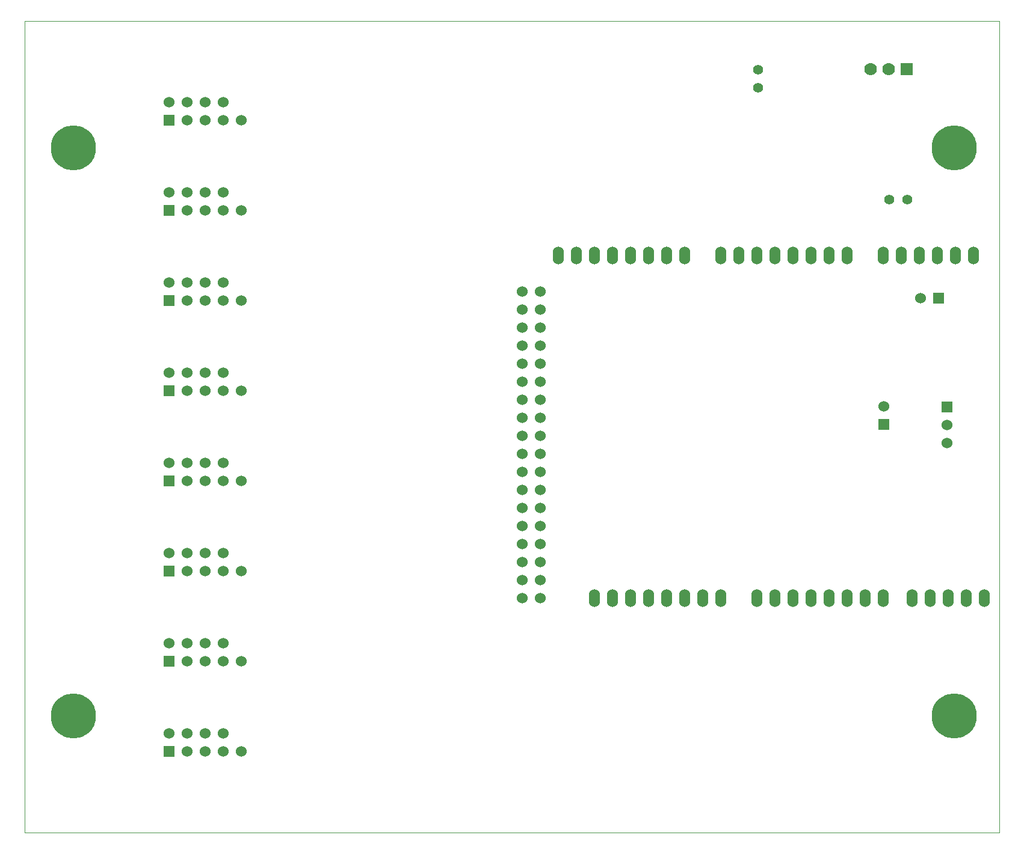
<source format=gbs>
G04 (created by PCBNEW (2013-07-07 BZR 4022)-stable) date 9/29/2015 7:05:24 PM*
%MOIN*%
G04 Gerber Fmt 3.4, Leading zero omitted, Abs format*
%FSLAX34Y34*%
G01*
G70*
G90*
G04 APERTURE LIST*
%ADD10C,0.00590551*%
%ADD11C,0.00393701*%
%ADD12C,0.25*%
%ADD13O,0.06X0.1*%
%ADD14C,0.06*%
%ADD15C,0.07*%
%ADD16R,0.07X0.07*%
%ADD17R,0.06X0.06*%
%ADD18C,0.055*%
G04 APERTURE END LIST*
G54D10*
G54D11*
X40000Y-35000D02*
X43000Y-35000D01*
X40000Y-80000D02*
X40000Y-35000D01*
X94000Y-80000D02*
X40000Y-80000D01*
X94000Y-35000D02*
X94000Y-80000D01*
X42000Y-35000D02*
X94000Y-35000D01*
G54D12*
X42690Y-73548D03*
X91509Y-73548D03*
X91509Y-42051D03*
X42690Y-42051D03*
G54D13*
X78551Y-67007D03*
X77551Y-67007D03*
X76551Y-67007D03*
X75551Y-67007D03*
X74551Y-67007D03*
X73551Y-67007D03*
X72551Y-67007D03*
X71551Y-67007D03*
X69551Y-48007D03*
X70551Y-48007D03*
X71551Y-48007D03*
X72551Y-48007D03*
X76551Y-48007D03*
X78551Y-48007D03*
X79551Y-48007D03*
X75551Y-48007D03*
X74551Y-48007D03*
X73551Y-48007D03*
X80551Y-48007D03*
X81551Y-48007D03*
X82551Y-48007D03*
X85551Y-48007D03*
X84551Y-48007D03*
X83551Y-48007D03*
X87551Y-48007D03*
X88551Y-48007D03*
X89551Y-48007D03*
X91551Y-48007D03*
X92551Y-48007D03*
X80551Y-67007D03*
X81551Y-67007D03*
X82551Y-67007D03*
X83551Y-67007D03*
X84551Y-67007D03*
X85551Y-67007D03*
X86551Y-67007D03*
X87551Y-67007D03*
X89151Y-67007D03*
X90151Y-67007D03*
X91151Y-67007D03*
X92151Y-67007D03*
X93151Y-67007D03*
X90551Y-48007D03*
G54D14*
X68551Y-66007D03*
X67551Y-66007D03*
X68551Y-65007D03*
X67551Y-65007D03*
X68551Y-64007D03*
X67551Y-64007D03*
X68551Y-63007D03*
X67551Y-63007D03*
X68551Y-67007D03*
X67551Y-67007D03*
X67551Y-62007D03*
X68551Y-62007D03*
X68551Y-61007D03*
X67551Y-61007D03*
X68551Y-60007D03*
X67551Y-60007D03*
X68551Y-59007D03*
X67551Y-59007D03*
X68551Y-58007D03*
X67551Y-58007D03*
X68551Y-57007D03*
X67551Y-57007D03*
X68551Y-56007D03*
X67551Y-56007D03*
X68551Y-55007D03*
X67551Y-55007D03*
X68551Y-54007D03*
X67551Y-54007D03*
X68551Y-53007D03*
X67551Y-53007D03*
X68551Y-52007D03*
X67551Y-52007D03*
X68551Y-51007D03*
X67551Y-51007D03*
X68551Y-50007D03*
X67551Y-50007D03*
G54D15*
X86874Y-37677D03*
X87874Y-37677D03*
G54D16*
X88874Y-37677D03*
G54D17*
X48000Y-40500D03*
G54D14*
X48000Y-39500D03*
X49000Y-40500D03*
X49000Y-39500D03*
X50000Y-40500D03*
X50000Y-39500D03*
X51000Y-40500D03*
X51000Y-39500D03*
X52000Y-40500D03*
G54D17*
X48000Y-60500D03*
G54D14*
X48000Y-59500D03*
X49000Y-60500D03*
X49000Y-59500D03*
X50000Y-60500D03*
X50000Y-59500D03*
X51000Y-60500D03*
X51000Y-59500D03*
X52000Y-60500D03*
G54D17*
X48000Y-45500D03*
G54D14*
X48000Y-44500D03*
X49000Y-45500D03*
X49000Y-44500D03*
X50000Y-45500D03*
X50000Y-44500D03*
X51000Y-45500D03*
X51000Y-44500D03*
X52000Y-45500D03*
G54D17*
X48000Y-65500D03*
G54D14*
X48000Y-64500D03*
X49000Y-65500D03*
X49000Y-64500D03*
X50000Y-65500D03*
X50000Y-64500D03*
X51000Y-65500D03*
X51000Y-64500D03*
X52000Y-65500D03*
G54D17*
X48000Y-50500D03*
G54D14*
X48000Y-49500D03*
X49000Y-50500D03*
X49000Y-49500D03*
X50000Y-50500D03*
X50000Y-49500D03*
X51000Y-50500D03*
X51000Y-49500D03*
X52000Y-50500D03*
G54D17*
X48000Y-70500D03*
G54D14*
X48000Y-69500D03*
X49000Y-70500D03*
X49000Y-69500D03*
X50000Y-70500D03*
X50000Y-69500D03*
X51000Y-70500D03*
X51000Y-69500D03*
X52000Y-70500D03*
G54D17*
X48000Y-55500D03*
G54D14*
X48000Y-54500D03*
X49000Y-55500D03*
X49000Y-54500D03*
X50000Y-55500D03*
X50000Y-54500D03*
X51000Y-55500D03*
X51000Y-54500D03*
X52000Y-55500D03*
G54D17*
X48000Y-75500D03*
G54D14*
X48000Y-74500D03*
X49000Y-75500D03*
X49000Y-74500D03*
X50000Y-75500D03*
X50000Y-74500D03*
X51000Y-75500D03*
X51000Y-74500D03*
X52000Y-75500D03*
G54D17*
X91102Y-56401D03*
G54D14*
X91102Y-57401D03*
X91102Y-58401D03*
G54D17*
X87598Y-57389D03*
G54D14*
X87598Y-56389D03*
G54D17*
X90618Y-50393D03*
G54D14*
X89618Y-50393D03*
G54D18*
X88885Y-44921D03*
X87885Y-44921D03*
X80629Y-37728D03*
X80629Y-38728D03*
M02*

</source>
